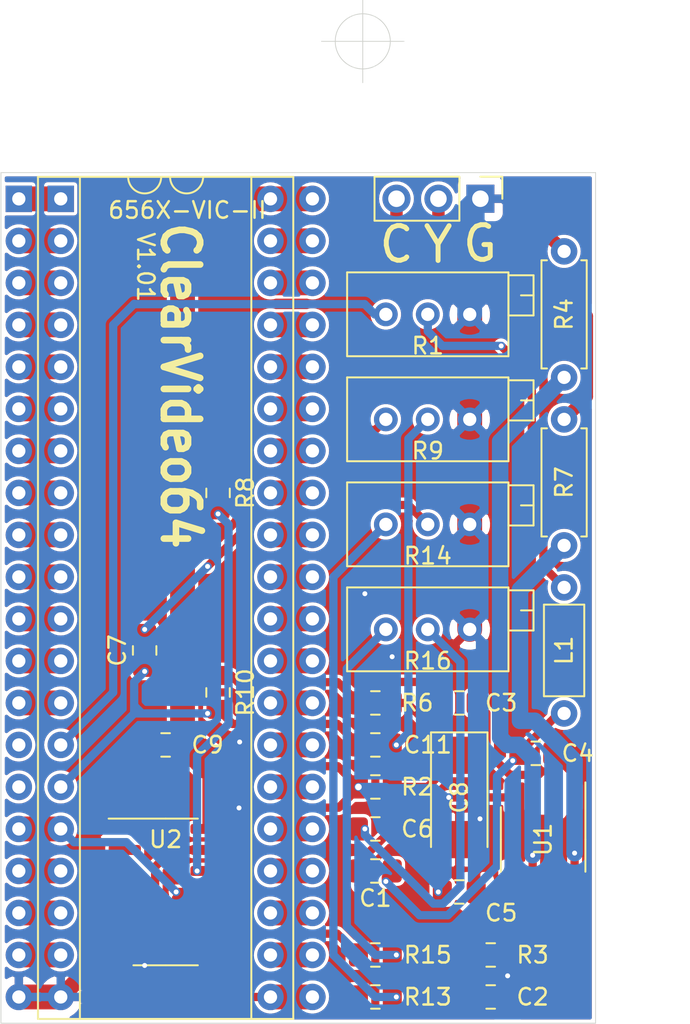
<source format=kicad_pcb>
(kicad_pcb (version 20171130) (host pcbnew "(5.1.2)-1")
  (layers (0 F.Cu signal) (31 B.Cu signal) (34 B.Paste user) (35 F.Paste user) (36 B.SilkS user) (37 F.SilkS user) (38 B.Mask user) (39 F.Mask user) (44 Edge.Cuts user))
  (net 0 "")
  (net 1 "Net-(C1-Pad1)")
  (net 2 "Net-(C1-Pad2)")
  (net 3 GND)
  (net 4 "Net-(C3-Pad1)")
  (net 5 "Net-(C3-Pad2)")
  (net 6 "Net-(C4-Pad1)")
  (net 7 +5V)
  (net 8 "Net-(C6-Pad2)")
  (net 9 "Net-(C7-Pad2)")
  (net 10 "Net-(C11-Pad1)")
  (net 11 "Net-(C8-Pad1)")
  (net 12 "Net-(C11-Pad2)")
  (net 13 "Net-(J1-Pad2)")
  (net 14 "Net-(J1-Pad1)")
  (net 15 "Net-(L1-Pad1)")
  (net 16 "Net-(R1-Pad1)")
  (net 17 "Net-(R4-Pad1)")
  (net 18 "Net-(R7-Pad2)")
  (net 19 "Net-(R8-Pad1)")
  (net 20 "Net-(R8-Pad2)")
  (net 21 "Net-(R13-Pad1)")
  (net 22 "Net-(R13-Pad2)")
  (net 23 "Net-(R15-Pad2)")
  (net 24 "Net-(R15-Pad1)")
  (net 25 "Net-(U1-Pad7)")
  (net 26 "Net-(U2-Pad2)")
  (net 27 "Net-(U2-Pad4)")
  (net 28 "Net-(U2-Pad6)")
  (net 29 "Net-(U2-Pad11)")
  (net 30 "Net-(U2-Pad13)")
  (net 31 "Net-(VIC-II1-Pad1)")
  (net 32 "Net-(VIC-II1-Pad2)")
  (net 33 "Net-(VIC-II1-Pad22)")
  (net 34 "Net-(VIC-II1-Pad3)")
  (net 35 "Net-(VIC-II1-Pad23)")
  (net 36 "Net-(VIC-II1-Pad4)")
  (net 37 "Net-(VIC-II1-Pad24)")
  (net 38 "Net-(VIC-II1-Pad5)")
  (net 39 "Net-(VIC-II1-Pad25)")
  (net 40 "Net-(VIC-II1-Pad6)")
  (net 41 "Net-(VIC-II1-Pad26)")
  (net 42 "Net-(VIC-II1-Pad7)")
  (net 43 "Net-(VIC-II1-Pad27)")
  (net 44 "Net-(VIC-II1-Pad8)")
  (net 45 "Net-(VIC-II1-Pad28)")
  (net 46 "Net-(VIC-II1-Pad9)")
  (net 47 "Net-(VIC-II1-Pad29)")
  (net 48 "Net-(VIC-II1-Pad10)")
  (net 49 "Net-(VIC-II1-Pad30)")
  (net 50 "Net-(VIC-II1-Pad11)")
  (net 51 "Net-(VIC-II1-Pad31)")
  (net 52 "Net-(VIC-II1-Pad12)")
  (net 53 "Net-(VIC-II1-Pad32)")
  (net 54 "Net-(VIC-II1-Pad13)")
  (net 55 "Net-(VIC-II1-Pad33)")
  (net 56 "Net-(VIC-II1-Pad34)")
  (net 57 "Net-(VIC-II1-Pad35)")
  (net 58 "Net-(VIC-II1-Pad36)")
  (net 59 "Net-(VIC-II1-Pad17)")
  (net 60 "Net-(VIC-II1-Pad37)")
  (net 61 "Net-(VIC-II1-Pad18)")
  (net 62 "Net-(VIC-II1-Pad38)")
  (net 63 "Net-(VIC-II1-Pad19)")
  (net 64 "Net-(VIC-II1-Pad39)")
  (module CPU2:VideoOutHeader_1x03 (layer F.Cu) (at 86.36 45.085 270)
    (fp_text reference J1 hide)
    (fp_text value 1C,2Y,3G hide)
    (fp_text user G (at 2.7051 -2.5273 180) (layer F.SilkS) (effects (font (size 2.1 2) (thickness 0.3))))
    (fp_text user Y (at 2.7686 0.0127 180) (layer F.SilkS) (effects (font (size 2.1 2) (thickness 0.3))))
    (fp_text user C (at 2.7559 2.5273 180) (layer F.SilkS) (effects (font (size 2.1 2) (thickness 0.3))))
    (pad 1 thru_hole oval (at -0.008 2.5305 270) (size 1.7 1.7) (drill 1) (layers *.Cu *.Mask) (net 14 "Net-(J1-Pad1)"))
    (pad 2 thru_hole oval (at -0.008 -0.0095 270) (size 1.7 1.7) (drill 1) (layers *.Cu *.Mask) (net 13 "Net-(J1-Pad2)"))
    (pad 3 thru_hole rect (at -0.008 -2.5495 270) (size 1.7 1.7) (drill 1) (layers *.Cu *.Mask) (net 3 GND))
  )
  (module Package_DIP:DIP-40_W15.24mm (layer F.Cu) (at 60.96 45.085)
    (fp_text reference REF** hide)
    (fp_text value DIP-40_W15.24mm hide)
    (pad 40 thru_hole oval (at 15.24 0) (size 1.6 1.6) (drill 0.8) (layers *.Cu *.Mask) (net 7 +5V))
    (pad 20 thru_hole oval (at 0 48.26) (size 1.6 1.6) (drill 0.8) (layers *.Cu *.Mask) (net 3 GND))
    (pad 39 thru_hole oval (at 15.24 2.54) (size 1.6 1.6) (drill 0.8) (layers *.Cu *.Mask) (net 64 "Net-(VIC-II1-Pad39)"))
    (pad 19 thru_hole oval (at 0 45.72) (size 1.6 1.6) (drill 0.8) (layers *.Cu *.Mask) (net 63 "Net-(VIC-II1-Pad19)"))
    (pad 38 thru_hole oval (at 15.24 5.08) (size 1.6 1.6) (drill 0.8) (layers *.Cu *.Mask) (net 62 "Net-(VIC-II1-Pad38)"))
    (pad 18 thru_hole oval (at 0 43.18) (size 1.6 1.6) (drill 0.8) (layers *.Cu *.Mask) (net 61 "Net-(VIC-II1-Pad18)"))
    (pad 37 thru_hole oval (at 15.24 7.62) (size 1.6 1.6) (drill 0.8) (layers *.Cu *.Mask) (net 60 "Net-(VIC-II1-Pad37)"))
    (pad 17 thru_hole oval (at 0 40.64) (size 1.6 1.6) (drill 0.8) (layers *.Cu *.Mask) (net 59 "Net-(VIC-II1-Pad17)"))
    (pad 36 thru_hole oval (at 15.24 10.16) (size 1.6 1.6) (drill 0.8) (layers *.Cu *.Mask) (net 58 "Net-(VIC-II1-Pad36)"))
    (pad 16 thru_hole oval (at 0 38.1) (size 1.6 1.6) (drill 0.8) (layers *.Cu *.Mask) (net 29 "Net-(U2-Pad11)"))
    (pad 35 thru_hole oval (at 15.24 12.7) (size 1.6 1.6) (drill 0.8) (layers *.Cu *.Mask) (net 57 "Net-(VIC-II1-Pad35)"))
    (pad 15 thru_hole oval (at 0 35.56) (size 1.6 1.6) (drill 0.8) (layers *.Cu *.Mask))
    (pad 34 thru_hole oval (at 15.24 15.24) (size 1.6 1.6) (drill 0.8) (layers *.Cu *.Mask) (net 56 "Net-(VIC-II1-Pad34)"))
    (pad 14 thru_hole oval (at 0 33.02) (size 1.6 1.6) (drill 0.8) (layers *.Cu *.Mask))
    (pad 33 thru_hole oval (at 15.24 17.78) (size 1.6 1.6) (drill 0.8) (layers *.Cu *.Mask) (net 55 "Net-(VIC-II1-Pad33)"))
    (pad 13 thru_hole oval (at 0 30.48) (size 1.6 1.6) (drill 0.8) (layers *.Cu *.Mask) (net 54 "Net-(VIC-II1-Pad13)"))
    (pad 32 thru_hole oval (at 15.24 20.32) (size 1.6 1.6) (drill 0.8) (layers *.Cu *.Mask) (net 53 "Net-(VIC-II1-Pad32)"))
    (pad 12 thru_hole oval (at 0 27.94) (size 1.6 1.6) (drill 0.8) (layers *.Cu *.Mask) (net 52 "Net-(VIC-II1-Pad12)"))
    (pad 31 thru_hole oval (at 15.24 22.86) (size 1.6 1.6) (drill 0.8) (layers *.Cu *.Mask) (net 51 "Net-(VIC-II1-Pad31)"))
    (pad 11 thru_hole oval (at 0 25.4) (size 1.6 1.6) (drill 0.8) (layers *.Cu *.Mask) (net 50 "Net-(VIC-II1-Pad11)"))
    (pad 30 thru_hole oval (at 15.24 25.4) (size 1.6 1.6) (drill 0.8) (layers *.Cu *.Mask) (net 49 "Net-(VIC-II1-Pad30)"))
    (pad 10 thru_hole oval (at 0 22.86) (size 1.6 1.6) (drill 0.8) (layers *.Cu *.Mask) (net 48 "Net-(VIC-II1-Pad10)"))
    (pad 29 thru_hole oval (at 15.24 27.94) (size 1.6 1.6) (drill 0.8) (layers *.Cu *.Mask) (net 47 "Net-(VIC-II1-Pad29)"))
    (pad 9 thru_hole oval (at 0 20.32) (size 1.6 1.6) (drill 0.8) (layers *.Cu *.Mask) (net 46 "Net-(VIC-II1-Pad9)"))
    (pad 28 thru_hole oval (at 15.24 30.48) (size 1.6 1.6) (drill 0.8) (layers *.Cu *.Mask) (net 45 "Net-(VIC-II1-Pad28)"))
    (pad 8 thru_hole oval (at 0 17.78) (size 1.6 1.6) (drill 0.8) (layers *.Cu *.Mask) (net 44 "Net-(VIC-II1-Pad8)"))
    (pad 27 thru_hole oval (at 15.24 33.02) (size 1.6 1.6) (drill 0.8) (layers *.Cu *.Mask) (net 43 "Net-(VIC-II1-Pad27)"))
    (pad 7 thru_hole oval (at 0 15.24) (size 1.6 1.6) (drill 0.8) (layers *.Cu *.Mask) (net 42 "Net-(VIC-II1-Pad7)"))
    (pad 26 thru_hole oval (at 15.24 35.56) (size 1.6 1.6) (drill 0.8) (layers *.Cu *.Mask) (net 41 "Net-(VIC-II1-Pad26)"))
    (pad 6 thru_hole oval (at 0 12.7) (size 1.6 1.6) (drill 0.8) (layers *.Cu *.Mask) (net 40 "Net-(VIC-II1-Pad6)"))
    (pad 25 thru_hole oval (at 15.24 38.1) (size 1.6 1.6) (drill 0.8) (layers *.Cu *.Mask) (net 39 "Net-(VIC-II1-Pad25)"))
    (pad 5 thru_hole oval (at 0 10.16) (size 1.6 1.6) (drill 0.8) (layers *.Cu *.Mask) (net 38 "Net-(VIC-II1-Pad5)"))
    (pad 24 thru_hole oval (at 15.24 40.64) (size 1.6 1.6) (drill 0.8) (layers *.Cu *.Mask) (net 37 "Net-(VIC-II1-Pad24)"))
    (pad 4 thru_hole oval (at 0 7.62) (size 1.6 1.6) (drill 0.8) (layers *.Cu *.Mask) (net 36 "Net-(VIC-II1-Pad4)"))
    (pad 23 thru_hole oval (at 15.24 43.18) (size 1.6 1.6) (drill 0.8) (layers *.Cu *.Mask) (net 35 "Net-(VIC-II1-Pad23)"))
    (pad 3 thru_hole oval (at 0 5.08) (size 1.6 1.6) (drill 0.8) (layers *.Cu *.Mask) (net 34 "Net-(VIC-II1-Pad3)"))
    (pad 22 thru_hole oval (at 15.24 45.72) (size 1.6 1.6) (drill 0.8) (layers *.Cu *.Mask) (net 33 "Net-(VIC-II1-Pad22)"))
    (pad 2 thru_hole oval (at 0 2.54) (size 1.6 1.6) (drill 0.8) (layers *.Cu *.Mask) (net 32 "Net-(VIC-II1-Pad2)"))
    (pad 21 thru_hole oval (at 15.24 48.26) (size 1.6 1.6) (drill 0.8) (layers *.Cu *.Mask) (net 30 "Net-(U2-Pad13)"))
    (pad 1 thru_hole rect (at 0 0) (size 1.6 1.6) (drill 0.8) (layers *.Cu *.Mask) (net 31 "Net-(VIC-II1-Pad1)"))
  )
  (module Capacitor_SMD:C_0805_2012Metric_Pad1.15x1.40mm_HandSolder (layer F.Cu) (at 82.55 85.725 180)
    (fp_text reference C1 (at 0 -1.65) (layer F.SilkS))
    (fp_text value 330pF hide)
    (pad 1 smd roundrect (at -1.025 0 180) (size 1.15 1.4) (layers F.Cu F.Paste F.Mask) (roundrect_rratio 0.217391) (net 1 "Net-(C1-Pad1)"))
    (pad 2 smd roundrect (at 1.025 0 180) (size 1.15 1.4) (layers F.Cu F.Paste F.Mask) (roundrect_rratio 0.217391) (net 2 "Net-(C1-Pad2)"))
  )
  (module Capacitor_SMD:C_0805_2012Metric_Pad1.15x1.40mm_HandSolder (layer F.Cu) (at 89.535 93.345)
    (fp_text reference C2 (at 2.54 0) (layer F.SilkS))
    (fp_text value 150pF hide)
    (pad 1 smd roundrect (at -1.025 0) (size 1.15 1.4) (layers F.Cu F.Paste F.Mask) (roundrect_rratio 0.217391) (net 2 "Net-(C1-Pad2)"))
    (pad 2 smd roundrect (at 1.025 0) (size 1.15 1.4) (layers F.Cu F.Paste F.Mask) (roundrect_rratio 0.217391) (net 3 GND))
  )
  (module Capacitor_SMD:C_0805_2012Metric_Pad1.15x1.40mm_HandSolder (layer F.Cu) (at 87.63 75.565 180)
    (fp_text reference C3 (at -2.54 0) (layer F.SilkS))
    (fp_text value 0.1uF hide)
    (pad 1 smd roundrect (at -1.025 0 180) (size 1.15 1.4) (layers F.Cu F.Paste F.Mask) (roundrect_rratio 0.217391) (net 4 "Net-(C3-Pad1)"))
    (pad 2 smd roundrect (at 1.025 0 180) (size 1.15 1.4) (layers F.Cu F.Paste F.Mask) (roundrect_rratio 0.217391) (net 5 "Net-(C3-Pad2)"))
  )
  (module Capacitor_SMD:C_0805_2012Metric_Pad1.15x1.40mm_HandSolder (layer F.Cu) (at 92.2655 78.613 180)
    (fp_text reference C4 (at -2.54 0) (layer F.SilkS))
    (fp_text value 0.1uF hide)
    (pad 2 smd roundrect (at 1.025 0 180) (size 1.15 1.4) (layers F.Cu F.Paste F.Mask) (roundrect_rratio 0.217391) (net 1 "Net-(C1-Pad1)"))
    (pad 1 smd roundrect (at -1.025 0 180) (size 1.15 1.4) (layers F.Cu F.Paste F.Mask) (roundrect_rratio 0.217391) (net 6 "Net-(C4-Pad1)"))
  )
  (module Capacitor_SMD:C_0805_2012Metric_Pad1.15x1.40mm_HandSolder (layer F.Cu) (at 87.63 86.995)
    (fp_text reference C5 (at 2.54 1.27) (layer F.SilkS))
    (fp_text value 0.1uF hide)
    (pad 2 smd roundrect (at 1.025 0) (size 1.15 1.4) (layers F.Cu F.Paste F.Mask) (roundrect_rratio 0.217391) (net 3 GND))
    (pad 1 smd roundrect (at -1.025 0) (size 1.15 1.4) (layers F.Cu F.Paste F.Mask) (roundrect_rratio 0.217391) (net 7 +5V))
  )
  (module Capacitor_SMD:C_0805_2012Metric_Pad1.15x1.40mm_HandSolder (layer F.Cu) (at 82.55 83.185 180)
    (fp_text reference C6 (at -2.54 0) (layer F.SilkS))
    (fp_text value 47pF hide)
    (pad 2 smd roundrect (at 1.025 0 180) (size 1.15 1.4) (layers F.Cu F.Paste F.Mask) (roundrect_rratio 0.217391) (net 8 "Net-(C6-Pad2)"))
    (pad 1 smd roundrect (at -1.025 0 180) (size 1.15 1.4) (layers F.Cu F.Paste F.Mask) (roundrect_rratio 0.217391) (net 2 "Net-(C1-Pad2)"))
  )
  (module Capacitor_SMD:C_0805_2012Metric_Pad1.15x1.40mm_HandSolder (layer F.Cu) (at 68.58 72.39 90)
    (fp_text reference C7 (at 0 -1.65 90) (layer F.SilkS))
    (fp_text value 47pF)
    (pad 2 smd roundrect (at 1.025 0 90) (size 1.15 1.4) (layers F.Cu F.Paste F.Mask) (roundrect_rratio 0.217391) (net 9 "Net-(C7-Pad2)"))
    (pad 1 smd roundrect (at -1.025 0 90) (size 1.15 1.4) (layers F.Cu F.Paste F.Mask) (roundrect_rratio 0.217391) (net 10 "Net-(C11-Pad1)"))
  )
  (module Capacitor_Tantalum_SMD:CP_EIA-6032-28_Kemet-C_Pad2.25x2.35mm_HandSolder (layer F.Cu) (at 87.63 81.28 270)
    (fp_text reference C8 (at 0 0 90) (layer F.SilkS))
    (fp_text value 22uF hide)
    (pad 1 smd roundrect (at -2.55 0 270) (size 2.25 2.35) (layers F.Cu F.Paste F.Mask) (roundrect_rratio 0.111111) (net 11 "Net-(C8-Pad1)"))
    (pad 2 smd roundrect (at 2.55 0 270) (size 2.25 2.35) (layers F.Cu F.Paste F.Mask) (roundrect_rratio 0.111111) (net 3 GND))
  )
  (module Capacitor_SMD:C_0805_2012Metric_Pad1.15x1.40mm_HandSolder (layer F.Cu) (at 69.85 78.105 180)
    (fp_text reference C9 (at -2.54 0) (layer F.SilkS))
    (fp_text value 0.1uF hide)
    (pad 1 smd roundrect (at -1.025 0 180) (size 1.15 1.4) (layers F.Cu F.Paste F.Mask) (roundrect_rratio 0.217391) (net 7 +5V))
    (pad 2 smd roundrect (at 1.025 0 180) (size 1.15 1.4) (layers F.Cu F.Paste F.Mask) (roundrect_rratio 0.217391) (net 3 GND))
  )
  (module Capacitor_SMD:C_0805_2012Metric_Pad1.15x1.40mm_HandSolder (layer F.Cu) (at 82.55 78.105)
    (fp_text reference C11 (at 3.175 0) (layer F.SilkS))
    (fp_text value 47pF hide)
    (pad 1 smd roundrect (at -1.025 0) (size 1.15 1.4) (layers F.Cu F.Paste F.Mask) (roundrect_rratio 0.217391) (net 10 "Net-(C11-Pad1)"))
    (pad 2 smd roundrect (at 1.025 0) (size 1.15 1.4) (layers F.Cu F.Paste F.Mask) (roundrect_rratio 0.217391) (net 12 "Net-(C11-Pad2)"))
  )
  (module Inductor_THT:L_Axial_L5.3mm_D2.2mm_P7.62mm_Horizontal_Vishay_IM-1 (layer F.Cu) (at 93.98 68.58 270)
    (fp_text reference L1 (at 3.81 0 90) (layer F.SilkS))
    (fp_text value 22uH hide)
    (pad 1 thru_hole circle (at 0 0 270) (size 1.6 1.6) (drill 0.8) (layers *.Cu *.Mask) (net 15 "Net-(L1-Pad1)"))
    (pad 2 thru_hole oval (at 7.62 0 270) (size 1.6 1.6) (drill 0.8) (layers *.Cu *.Mask) (net 1 "Net-(C1-Pad1)"))
  )
  (module Potentiometer_THT:Potentiometer_Bourns_3296X_Horizontal (layer F.Cu) (at 83.185 52.07 180)
    (fp_text reference R1 (at -2.54 -1.905) (layer F.SilkS))
    (fp_text value 10K hide)
    (pad 3 thru_hole circle (at -5.08 0 180) (size 1.44 1.44) (drill 0.8) (layers *.Cu *.Mask) (net 3 GND))
    (pad 2 thru_hole circle (at -2.54 0 180) (size 1.44 1.44) (drill 0.8) (layers *.Cu *.Mask) (net 15 "Net-(L1-Pad1)"))
    (pad 1 thru_hole circle (at 0 0 180) (size 1.44 1.44) (drill 0.8) (layers *.Cu *.Mask) (net 16 "Net-(R1-Pad1)"))
  )
  (module Resistor_SMD:R_0805_2012Metric_Pad1.15x1.40mm_HandSolder (layer F.Cu) (at 82.55 80.645)
    (fp_text reference R2 (at 2.54 0) (layer F.SilkS))
    (fp_text value 22R hide)
    (pad 2 smd roundrect (at 1.025 0) (size 1.15 1.4) (layers F.Cu F.Paste F.Mask) (roundrect_rratio 0.217391) (net 11 "Net-(C8-Pad1)"))
    (pad 1 smd roundrect (at -1.025 0) (size 1.15 1.4) (layers F.Cu F.Paste F.Mask) (roundrect_rratio 0.217391) (net 7 +5V))
  )
  (module Resistor_SMD:R_0805_2012Metric_Pad1.15x1.40mm_HandSolder (layer F.Cu) (at 89.535 90.805 180)
    (fp_text reference R3 (at -2.54 0) (layer F.SilkS))
    (fp_text value 5K6 hide)
    (pad 2 smd roundrect (at 1.025 0 180) (size 1.15 1.4) (layers F.Cu F.Paste F.Mask) (roundrect_rratio 0.217391) (net 2 "Net-(C1-Pad2)"))
    (pad 1 smd roundrect (at -1.025 0 180) (size 1.15 1.4) (layers F.Cu F.Paste F.Mask) (roundrect_rratio 0.217391) (net 3 GND))
  )
  (module Resistor_THT:R_Axial_DIN0207_L6.3mm_D2.5mm_P7.62mm_Horizontal (layer F.Cu) (at 93.98 55.88 90)
    (fp_text reference R4 (at 3.81 0 90) (layer F.SilkS))
    (fp_text value 75.0R hide)
    (pad 2 thru_hole oval (at 7.62 0 90) (size 1.6 1.6) (drill 0.8) (layers *.Cu *.Mask) (net 13 "Net-(J1-Pad2)"))
    (pad 1 thru_hole circle (at 0 0 90) (size 1.6 1.6) (drill 0.8) (layers *.Cu *.Mask) (net 17 "Net-(R4-Pad1)"))
  )
  (module Resistor_SMD:R_0805_2012Metric_Pad1.15x1.40mm_HandSolder (layer F.Cu) (at 82.55 75.565)
    (fp_text reference R6 (at 2.54 0) (layer F.SilkS))
    (fp_text value 150R hide)
    (pad 1 smd roundrect (at -1.025 0) (size 1.15 1.4) (layers F.Cu F.Paste F.Mask) (roundrect_rratio 0.217391) (net 5 "Net-(C3-Pad2)"))
    (pad 2 smd roundrect (at 1.025 0) (size 1.15 1.4) (layers F.Cu F.Paste F.Mask) (roundrect_rratio 0.217391) (net 11 "Net-(C8-Pad1)"))
  )
  (module Resistor_THT:R_Axial_DIN0207_L6.3mm_D2.5mm_P7.62mm_Horizontal (layer F.Cu) (at 93.98 58.42 270)
    (fp_text reference R7 (at 3.81 0 90) (layer F.SilkS))
    (fp_text value 75.0R hide)
    (pad 1 thru_hole circle (at 0 0 270) (size 1.6 1.6) (drill 0.8) (layers *.Cu *.Mask) (net 14 "Net-(J1-Pad1)"))
    (pad 2 thru_hole oval (at 7.62 0 270) (size 1.6 1.6) (drill 0.8) (layers *.Cu *.Mask) (net 18 "Net-(R7-Pad2)"))
  )
  (module Resistor_SMD:R_0805_2012Metric_Pad1.15x1.40mm_HandSolder (layer F.Cu) (at 73.025 62.865 270)
    (fp_text reference R8 (at 0 -1.65 90) (layer F.SilkS))
    (fp_text value 2K)
    (pad 1 smd roundrect (at -1.025 0 270) (size 1.15 1.4) (layers F.Cu F.Paste F.Mask) (roundrect_rratio 0.217391) (net 19 "Net-(R8-Pad1)"))
    (pad 2 smd roundrect (at 1.025 0 270) (size 1.15 1.4) (layers F.Cu F.Paste F.Mask) (roundrect_rratio 0.217391) (net 20 "Net-(R8-Pad2)"))
  )
  (module Potentiometer_THT:Potentiometer_Bourns_3296X_Horizontal (layer F.Cu) (at 83.185 58.42 180)
    (fp_text reference R9 (at -2.54 -1.905) (layer F.SilkS))
    (fp_text value 250R hide)
    (pad 3 thru_hole circle (at -5.08 0 180) (size 1.44 1.44) (drill 0.8) (layers *.Cu *.Mask) (net 3 GND))
    (pad 2 thru_hole circle (at -2.54 0 180) (size 1.44 1.44) (drill 0.8) (layers *.Cu *.Mask) (net 12 "Net-(C11-Pad2)"))
    (pad 1 thru_hole circle (at 0 0 180) (size 1.44 1.44) (drill 0.8) (layers *.Cu *.Mask) (net 19 "Net-(R8-Pad1)"))
  )
  (module Resistor_SMD:R_0805_2012Metric_Pad1.15x1.40mm_HandSolder (layer F.Cu) (at 73.025 74.93 270)
    (fp_text reference R10 (at 0 -1.65 90) (layer F.SilkS))
    (fp_text value 470R)
    (pad 1 smd roundrect (at -1.025 0 270) (size 1.15 1.4) (layers F.Cu F.Paste F.Mask) (roundrect_rratio 0.217391) (net 5 "Net-(C3-Pad2)"))
    (pad 2 smd roundrect (at 1.025 0 270) (size 1.15 1.4) (layers F.Cu F.Paste F.Mask) (roundrect_rratio 0.217391) (net 10 "Net-(C11-Pad1)"))
  )
  (module Resistor_SMD:R_0805_2012Metric_Pad1.15x1.40mm_HandSolder (layer F.Cu) (at 82.55 93.345 180)
    (fp_text reference R13 (at -3.175 0) (layer F.SilkS))
    (fp_text value 2K hide)
    (pad 1 smd roundrect (at -1.025 0 180) (size 1.15 1.4) (layers F.Cu F.Paste F.Mask) (roundrect_rratio 0.217391) (net 21 "Net-(R13-Pad1)"))
    (pad 2 smd roundrect (at 1.025 0 180) (size 1.15 1.4) (layers F.Cu F.Paste F.Mask) (roundrect_rratio 0.217391) (net 22 "Net-(R13-Pad2)"))
  )
  (module Potentiometer_THT:Potentiometer_Bourns_3296X_Horizontal (layer F.Cu) (at 83.185 64.77 180)
    (fp_text reference R14 (at -2.54 -1.905) (layer F.SilkS))
    (fp_text value 250R hide)
    (pad 1 thru_hole circle (at 0 0 180) (size 1.44 1.44) (drill 0.8) (layers *.Cu *.Mask) (net 21 "Net-(R13-Pad1)"))
    (pad 2 thru_hole circle (at -2.54 0 180) (size 1.44 1.44) (drill 0.8) (layers *.Cu *.Mask) (net 9 "Net-(C7-Pad2)"))
    (pad 3 thru_hole circle (at -5.08 0 180) (size 1.44 1.44) (drill 0.8) (layers *.Cu *.Mask) (net 3 GND))
  )
  (module Resistor_SMD:R_0805_2012Metric_Pad1.15x1.40mm_HandSolder (layer F.Cu) (at 82.55 90.805 180)
    (fp_text reference R15 (at -3.175 0) (layer F.SilkS))
    (fp_text value 2K hide)
    (pad 2 smd roundrect (at 1.025 0 180) (size 1.15 1.4) (layers F.Cu F.Paste F.Mask) (roundrect_rratio 0.217391) (net 23 "Net-(R15-Pad2)"))
    (pad 1 smd roundrect (at -1.025 0 180) (size 1.15 1.4) (layers F.Cu F.Paste F.Mask) (roundrect_rratio 0.217391) (net 24 "Net-(R15-Pad1)"))
  )
  (module Potentiometer_THT:Potentiometer_Bourns_3296X_Horizontal (layer F.Cu) (at 83.185 71.12 180)
    (fp_text reference R16 (at -2.54 -1.905) (layer F.SilkS))
    (fp_text value 250R hide)
    (pad 1 thru_hole circle (at 0 0 180) (size 1.44 1.44) (drill 0.8) (layers *.Cu *.Mask) (net 24 "Net-(R15-Pad1)"))
    (pad 2 thru_hole circle (at -2.54 0 180) (size 1.44 1.44) (drill 0.8) (layers *.Cu *.Mask) (net 8 "Net-(C6-Pad2)"))
    (pad 3 thru_hole circle (at -5.08 0 180) (size 1.44 1.44) (drill 0.8) (layers *.Cu *.Mask) (net 3 GND))
  )
  (module Package_SO:SO-8_3.9x4.9mm_P1.27mm (layer F.Cu) (at 92.71 83.82 270)
    (fp_text reference U1 (at 0 0 90) (layer F.SilkS))
    (fp_text value THS7316D hide)
    (pad 1 smd roundrect (at -2.575 -1.905 270) (size 1.75 0.6) (layers F.Cu F.Paste F.Mask) (net 6 "Net-(C4-Pad1)"))
    (pad 2 smd roundrect (at -2.575 -0.635 270) (size 1.75 0.6) (layers F.Cu F.Paste F.Mask) (net 3 GND))
    (pad 3 smd roundrect (at -2.575 0.635 270) (size 1.75 0.6) (layers F.Cu F.Paste F.Mask) (net 4 "Net-(C3-Pad1)"))
    (pad 4 smd roundrect (at -2.575 1.905 270) (size 1.75 0.6) (layers F.Cu F.Paste F.Mask) (net 7 +5V))
    (pad 5 smd roundrect (at 2.575 1.905 270) (size 1.75 0.6) (layers F.Cu F.Paste F.Mask) (net 3 GND))
    (pad 6 smd roundrect (at 2.575 0.635 270) (size 1.75 0.6) (layers F.Cu F.Paste F.Mask) (net 17 "Net-(R4-Pad1)"))
    (pad 7 smd roundrect (at 2.575 -0.635 270) (size 1.75 0.6) (layers F.Cu F.Paste F.Mask) (net 25 "Net-(U1-Pad7)"))
    (pad 8 smd roundrect (at 2.575 -1.905 270) (size 1.75 0.6) (layers F.Cu F.Paste F.Mask) (net 18 "Net-(R7-Pad2)"))
  )
  (module Package_SO:SOIC-14_3.9x8.7mm_P1.27mm (layer F.Cu) (at 69.85 86.995)
    (fp_text reference U2 (at 0 -3.175) (layer F.SilkS))
    (fp_text value 74F06 hide)
    (pad 1 smd roundrect (at -2.475 -3.81) (size 1.95 0.6) (layers F.Cu F.Paste F.Mask) (net 3 GND))
    (pad 2 smd roundrect (at -2.475 -2.54) (size 1.95 0.6) (layers F.Cu F.Paste F.Mask) (net 26 "Net-(U2-Pad2)"))
    (pad 3 smd roundrect (at -2.475 -1.27) (size 1.95 0.6) (layers F.Cu F.Paste F.Mask) (net 3 GND))
    (pad 4 smd roundrect (at -2.475 0) (size 1.95 0.6) (layers F.Cu F.Paste F.Mask) (net 27 "Net-(U2-Pad4)"))
    (pad 5 smd roundrect (at -2.475 1.27) (size 1.95 0.6) (layers F.Cu F.Paste F.Mask) (net 3 GND))
    (pad 6 smd roundrect (at -2.475 2.54) (size 1.95 0.6) (layers F.Cu F.Paste F.Mask) (net 28 "Net-(U2-Pad6)"))
    (pad 7 smd roundrect (at -2.475 3.81) (size 1.95 0.6) (layers F.Cu F.Paste F.Mask) (net 3 GND))
    (pad 8 smd roundrect (at 2.475 3.81) (size 1.95 0.6) (layers F.Cu F.Paste F.Mask) (net 22 "Net-(R13-Pad2)"))
    (pad 9 smd roundrect (at 2.475 2.54) (size 1.95 0.6) (layers F.Cu F.Paste F.Mask) (net 29 "Net-(U2-Pad11)"))
    (pad 10 smd roundrect (at 2.475 1.27) (size 1.95 0.6) (layers F.Cu F.Paste F.Mask) (net 23 "Net-(R15-Pad2)"))
    (pad 11 smd roundrect (at 2.475 0) (size 1.95 0.6) (layers F.Cu F.Paste F.Mask) (net 29 "Net-(U2-Pad11)"))
    (pad 12 smd roundrect (at 2.475 -1.27) (size 1.95 0.6) (layers F.Cu F.Paste F.Mask) (net 20 "Net-(R8-Pad2)"))
    (pad 13 smd roundrect (at 2.475 -2.54) (size 1.95 0.6) (layers F.Cu F.Paste F.Mask) (net 30 "Net-(U2-Pad13)"))
    (pad 14 smd roundrect (at 2.475 -3.81) (size 1.95 0.6) (layers F.Cu F.Paste F.Mask) (net 7 +5V))
  )
  (module Package_DIP:DIP-40_W15.24mm (layer F.Cu) (at 63.5 45.085)
    (fp_text reference VIC-II1 hide)
    (fp_text value 656X-VIC-II (at 7.662599 0.685599) (layer F.SilkS))
    (pad 1 thru_hole rect (at 0 0) (size 1.6 1.6) (drill 0.8) (layers *.Cu *.Mask) (net 31 "Net-(VIC-II1-Pad1)"))
    (pad 21 thru_hole oval (at 15.24 48.26) (size 1.6 1.6) (drill 0.8) (layers *.Cu *.Mask) (net 30 "Net-(U2-Pad13)"))
    (pad 2 thru_hole oval (at 0 2.54) (size 1.6 1.6) (drill 0.8) (layers *.Cu *.Mask) (net 32 "Net-(VIC-II1-Pad2)"))
    (pad 22 thru_hole oval (at 15.24 45.72) (size 1.6 1.6) (drill 0.8) (layers *.Cu *.Mask) (net 33 "Net-(VIC-II1-Pad22)"))
    (pad 3 thru_hole oval (at 0 5.08) (size 1.6 1.6) (drill 0.8) (layers *.Cu *.Mask) (net 34 "Net-(VIC-II1-Pad3)"))
    (pad 23 thru_hole oval (at 15.24 43.18) (size 1.6 1.6) (drill 0.8) (layers *.Cu *.Mask) (net 35 "Net-(VIC-II1-Pad23)"))
    (pad 4 thru_hole oval (at 0 7.62) (size 1.6 1.6) (drill 0.8) (layers *.Cu *.Mask) (net 36 "Net-(VIC-II1-Pad4)"))
    (pad 24 thru_hole oval (at 15.24 40.64) (size 1.6 1.6) (drill 0.8) (layers *.Cu *.Mask) (net 37 "Net-(VIC-II1-Pad24)"))
    (pad 5 thru_hole oval (at 0 10.16) (size 1.6 1.6) (drill 0.8) (layers *.Cu *.Mask) (net 38 "Net-(VIC-II1-Pad5)"))
    (pad 25 thru_hole oval (at 15.24 38.1) (size 1.6 1.6) (drill 0.8) (layers *.Cu *.Mask) (net 39 "Net-(VIC-II1-Pad25)"))
    (pad 6 thru_hole oval (at 0 12.7) (size 1.6 1.6) (drill 0.8) (layers *.Cu *.Mask) (net 40 "Net-(VIC-II1-Pad6)"))
    (pad 26 thru_hole oval (at 15.24 35.56) (size 1.6 1.6) (drill 0.8) (layers *.Cu *.Mask) (net 41 "Net-(VIC-II1-Pad26)"))
    (pad 7 thru_hole oval (at 0 15.24) (size 1.6 1.6) (drill 0.8) (layers *.Cu *.Mask) (net 42 "Net-(VIC-II1-Pad7)"))
    (pad 27 thru_hole oval (at 15.24 33.02) (size 1.6 1.6) (drill 0.8) (layers *.Cu *.Mask) (net 43 "Net-(VIC-II1-Pad27)"))
    (pad 8 thru_hole oval (at 0 17.78) (size 1.6 1.6) (drill 0.8) (layers *.Cu *.Mask) (net 44 "Net-(VIC-II1-Pad8)"))
    (pad 28 thru_hole oval (at 15.24 30.48) (size 1.6 1.6) (drill 0.8) (layers *.Cu *.Mask) (net 45 "Net-(VIC-II1-Pad28)"))
    (pad 9 thru_hole oval (at 0 20.32) (size 1.6 1.6) (drill 0.8) (layers *.Cu *.Mask) (net 46 "Net-(VIC-II1-Pad9)"))
    (pad 29 thru_hole oval (at 15.24 27.94) (size 1.6 1.6) (drill 0.8) (layers *.Cu *.Mask) (net 47 "Net-(VIC-II1-Pad29)"))
    (pad 10 thru_hole oval (at 0 22.86) (size 1.6 1.6) (drill 0.8) (layers *.Cu *.Mask) (net 48 "Net-(VIC-II1-Pad10)"))
    (pad 30 thru_hole oval (at 15.24 25.4) (size 1.6 1.6) (drill 0.8) (layers *.Cu *.Mask) (net 49 "Net-(VIC-II1-Pad30)"))
    (pad 11 thru_hole oval (at 0 25.4) (size 1.6 1.6) (drill 0.8) (layers *.Cu *.Mask) (net 50 "Net-(VIC-II1-Pad11)"))
    (pad 31 thru_hole oval (at 15.24 22.86) (size 1.6 1.6) (drill 0.8) (layers *.Cu *.Mask) (net 51 "Net-(VIC-II1-Pad31)"))
    (pad 12 thru_hole oval (at 0 27.94) (size 1.6 1.6) (drill 0.8) (layers *.Cu *.Mask) (net 52 "Net-(VIC-II1-Pad12)"))
    (pad 32 thru_hole oval (at 15.24 20.32) (size 1.6 1.6) (drill 0.8) (layers *.Cu *.Mask) (net 53 "Net-(VIC-II1-Pad32)"))
    (pad 13 thru_hole oval (at 0 30.48) (size 1.6 1.6) (drill 0.8) (layers *.Cu *.Mask) (net 54 "Net-(VIC-II1-Pad13)"))
    (pad 33 thru_hole oval (at 15.24 17.78) (size 1.6 1.6) (drill 0.8) (layers *.Cu *.Mask) (net 55 "Net-(VIC-II1-Pad33)"))
    (pad 14 thru_hole oval (at 0 33.02) (size 1.6 1.6) (drill 0.8) (layers *.Cu *.Mask) (net 16 "Net-(R1-Pad1)"))
    (pad 34 thru_hole oval (at 15.24 15.24) (size 1.6 1.6) (drill 0.8) (layers *.Cu *.Mask) (net 56 "Net-(VIC-II1-Pad34)"))
    (pad 15 thru_hole oval (at 0 35.56) (size 1.6 1.6) (drill 0.8) (layers *.Cu *.Mask) (net 10 "Net-(C11-Pad1)"))
    (pad 35 thru_hole oval (at 15.24 12.7) (size 1.6 1.6) (drill 0.8) (layers *.Cu *.Mask) (net 57 "Net-(VIC-II1-Pad35)"))
    (pad 16 thru_hole oval (at 0 38.1) (size 1.6 1.6) (drill 0.8) (layers *.Cu *.Mask) (net 29 "Net-(U2-Pad11)"))
    (pad 36 thru_hole oval (at 15.24 10.16) (size 1.6 1.6) (drill 0.8) (layers *.Cu *.Mask) (net 58 "Net-(VIC-II1-Pad36)"))
    (pad 17 thru_hole oval (at 0 40.64) (size 1.6 1.6) (drill 0.8) (layers *.Cu *.Mask) (net 59 "Net-(VIC-II1-Pad17)"))
    (pad 37 thru_hole oval (at 15.24 7.62) (size 1.6 1.6) (drill 0.8) (layers *.Cu *.Mask) (net 60 "Net-(VIC-II1-Pad37)"))
    (pad 18 thru_hole oval (at 0 43.18) (size 1.6 1.6) (drill 0.8) (layers *.Cu *.Mask) (net 61 "Net-(VIC-II1-Pad18)"))
    (pad 38 thru_hole oval (at 15.24 5.08) (size 1.6 1.6) (drill 0.8) (layers *.Cu *.Mask) (net 62 "Net-(VIC-II1-Pad38)"))
    (pad 19 thru_hole oval (at 0 45.72) (size 1.6 1.6) (drill 0.8) (layers *.Cu *.Mask) (net 63 "Net-(VIC-II1-Pad19)"))
    (pad 39 thru_hole oval (at 15.24 2.54) (size 1.6 1.6) (drill 0.8) (layers *.Cu *.Mask) (net 64 "Net-(VIC-II1-Pad39)"))
    (pad 20 thru_hole oval (at 0 48.26) (size 1.6 1.6) (drill 0.8) (layers *.Cu *.Mask) (net 3 GND))
    (pad 40 thru_hole oval (at 15.24 0) (size 1.6 1.6) (drill 0.8) (layers *.Cu *.Mask) (net 7 +5V))
  )
  (gr_poly (pts (xy 71.4629 77.1271) (xy 74.3331 79.4385) (xy 74.1045 79.7306) (xy 74.1045 79.8703) (xy 74.2315 80.2894) (xy 72.7456 80.264) (xy 72.644 80.3402) (xy 72.5297 80.6069) (xy 72.3392 80.5561) (xy 71.8566 78.994) (xy 71.1327 77.9399)) (layer F.Cu) (width 0.1))
  (gr_poly (pts (xy 81.534 80.518) (xy 86.233 80.518) (xy 86.995 81.153) (xy 87.122 81.28) (xy 87.122 86.106) (xy 86.36 86.995) (xy 82.677 83.312) (xy 82.042 81.407) (xy 81.534 80.772)) (layer B.Cu) (width 0.1))
  (gr_text V1.01 (at 68.6435 49.2125 270) (layer F.SilkS) (effects (font (size 1 1))))
  (gr_text ClearVideo64 (at 70.739 56.388 270) (layer F.SilkS) (effects (font (size 2.2 2) (thickness 0.4))))
  (target plus (at 81.788 35.56) (size 5) (width 0.05) (layer Edge.Cuts))
  (gr_line (start 95.885 43.4975) (end 59.8805 43.4975) (layer Edge.Cuts) (width 0.05))
  (gr_line (start 95.885 94.9325) (end 95.885 43.4975) (layer Edge.Cuts) (width 0.05))
  (gr_line (start 59.8805 94.9325) (end 95.885 94.9325) (layer Edge.Cuts) (width 0.05))
  (gr_line (start 59.8805 43.4975) (end 59.8805 94.9325) (layer Edge.Cuts) (width 0.05))
  (via (at 90.8685 79.0575) (size 0.36) (drill 0.3) (layers F.Cu B.Cu) (net 1))
  (via (at 83.185 86.36) (size 0.36) (drill 0.3) (layers F.Cu B.Cu) (net 1))
  (segment (start 83.185 86.115) (end 83.575 85.725) (width 0.5) (layer F.Cu) (net 1))
  (segment (start 83.185 86.36) (end 83.185 86.115) (width 0.5) (layer F.Cu) (net 1))
  (segment (start 89.916 80.01) (end 90.8685 79.0575) (width 0.5) (layer B.Cu) (net 1))
  (segment (start 89.916 85.427978) (end 89.916 80.01) (width 0.5) (layer B.Cu) (net 1))
  (segment (start 86.942558 88.40142) (end 89.916 85.427978) (width 0.5) (layer B.Cu) (net 1))
  (segment (start 83.185 86.36) (end 85.22642 88.40142) (width 0.5) (layer B.Cu) (net 1))
  (segment (start 85.22642 88.40142) (end 86.942558 88.40142) (width 0.5) (layer B.Cu) (net 1))
  (segment (start 93.6535 76.2) (end 93.98 76.2) (width 0.5) (layer F.Cu) (net 1))
  (segment (start 91.2405 78.613) (end 93.6535 76.2) (width 0.5) (layer F.Cu) (net 1))
  (segment (start 81.525 85.235) (end 83.575 83.185) (width 0.5) (layer F.Cu) (net 2))
  (segment (start 81.525 85.725) (end 81.525 85.235) (width 0.5) (layer F.Cu) (net 2))
  (segment (start 88.51 90.805) (end 88.51 93.345) (width 0.5) (layer F.Cu) (net 2))
  (segment (start 81.525 85.725) (end 81.525 86.605) (width 0.5) (layer F.Cu) (net 2))
  (segment (start 85.725 90.805) (end 88.51 90.805) (width 0.5) (layer F.Cu) (net 2))
  (segment (start 81.525 86.605) (end 85.725 90.805) (width 0.5) (layer F.Cu) (net 2))
  (segment (start 60.96 93.345) (end 63.5 93.345) (width 1.5) (layer F.Cu) (net 3))
  (segment (start 68.825 78.105) (end 68.825 81.735) (width 0.5) (layer F.Cu) (net 3))
  (segment (start 67.375 83.185) (end 66.04 83.185) (width 0.5) (layer F.Cu) (net 3))
  (segment (start 66.04 83.185) (end 65.405 83.82) (width 0.5) (layer F.Cu) (net 3))
  (segment (start 66.3 90.805) (end 67.375 90.805) (width 0.5) (layer F.Cu) (net 3))
  (segment (start 65.405 88.265) (end 67.375 88.265) (width 0.5) (layer F.Cu) (net 3))
  (segment (start 65.405 88.265) (end 65.405 89.91) (width 0.5) (layer F.Cu) (net 3))
  (segment (start 65.405 85.725) (end 67.375 85.725) (width 0.5) (layer F.Cu) (net 3))
  (segment (start 65.405 85.725) (end 65.405 88.265) (width 0.5) (layer F.Cu) (net 3))
  (segment (start 65.405 83.82) (end 65.405 85.725) (width 0.5) (layer F.Cu) (net 3))
  (segment (start 63.5 93.345) (end 64.299999 92.545001) (width 1) (layer F.Cu) (net 3))
  (segment (start 64.299999 92.545001) (end 65.405 91.44) (width 1) (layer F.Cu) (net 3))
  (segment (start 65.405 91.44) (end 68.58 91.44) (width 1) (layer F.Cu) (net 3))
  (segment (start 65.405 91.44) (end 65.405 90.17) (width 1) (layer F.Cu) (net 3))
  (segment (start 66.04 90.805) (end 65.405 90.17) (width 1) (layer F.Cu) (net 3))
  (segment (start 66.3 90.805) (end 66.04 90.805) (width 1) (layer F.Cu) (net 3))
  (segment (start 88.265 64.77) (end 88.265 58.42) (width 1.5) (layer F.Cu) (net 3))
  (segment (start 88.265 58.42) (end 88.265 52.07) (width 1.5) (layer F.Cu) (net 3))
  (segment (start 88.265 71.12) (end 88.265 64.77) (width 1.5) (layer F.Cu) (net 3))
  (segment (start 68.58 91.44) (end 68.58 91.44) (width 1) (layer F.Cu) (net 3))
  (via (at 68.58 91.44) (size 0.36) (drill 0.3) (layers F.Cu B.Cu) (net 3))
  (segment (start 68.58 91.44) (end 74.295 85.725) (width 1) (layer B.Cu) (net 3))
  (segment (start 74.295 85.725) (end 74.295 81.915) (width 1) (layer B.Cu) (net 3))
  (segment (start 74.295 81.915) (end 74.295 81.915) (width 1) (layer B.Cu) (net 3))
  (via (at 74.295 81.915) (size 0.36) (drill 0.3) (layers F.Cu B.Cu) (net 3))
  (segment (start 86.35 82.55) (end 87.63 83.83) (width 0.5) (layer F.Cu) (net 3))
  (segment (start 85.715 81.915) (end 86.35 82.55) (width 0.5) (layer F.Cu) (net 3))
  (segment (start 88.655 86.995) (end 88.935 86.995) (width 0.5) (layer F.Cu) (net 3))
  (segment (start 93.345 82.22) (end 93.345 81.245) (width 0.5) (layer F.Cu) (net 3))
  (segment (start 92.99179 82.57321) (end 93.345 82.22) (width 0.5) (layer F.Cu) (net 3))
  (segment (start 88.88679 82.57321) (end 88.88679 82.57321) (width 0.5) (layer F.Cu) (net 3))
  (segment (start 87.63 83.83) (end 88.88679 82.57321) (width 0.5) (layer F.Cu) (net 3))
  (segment (start 88.655 84.855) (end 87.63 83.83) (width 0.5) (layer F.Cu) (net 3))
  (segment (start 88.655 86.995) (end 88.655 84.855) (width 0.5) (layer F.Cu) (net 3))
  (segment (start 88.88679 82.57321) (end 92.99179 82.57321) (width 0.5) (layer F.Cu) (net 3))
  (via (at 88.88679 82.57321) (size 0.36) (drill 0.3) (layers F.Cu B.Cu) (net 3))
  (segment (start 88.88679 71.74179) (end 88.265 71.12) (width 0.5) (layer B.Cu) (net 3))
  (segment (start 88.88679 82.57321) (end 88.88679 71.74179) (width 0.5) (layer B.Cu) (net 3))
  (segment (start 88.265 45.74) (end 88.91 45.095) (width 1.5) (layer B.Cu) (net 3))
  (segment (start 88.265 52.07) (end 88.265 45.74) (width 1.5) (layer B.Cu) (net 3))
  (segment (start 90.56 90.805) (end 90.56 92.066) (width 0.5) (layer F.Cu) (net 3))
  (segment (start 90.56 92.066) (end 90.56 93.345) (width 0.5) (layer F.Cu) (net 3))
  (via (at 90.56 92.066) (size 0.36) (drill 0.3) (layers F.Cu B.Cu) (net 3))
  (segment (start 90.551 92.075) (end 90.56 92.066) (width 1.5) (layer B.Cu) (net 3))
  (via (at 83.566 72.771) (size 0.36) (drill 0.3) (layers F.Cu B.Cu) (net 3))
  (via (at 81.915 68.961) (size 0.36) (drill 0.3) (layers F.Cu B.Cu) (net 3))
  (via (at 74.3331 77.9272) (size 0.36) (drill 0.3) (layers F.Cu B.Cu) (net 3))
  (segment (start 92.075 80.27) (end 92.075 81.245) (width 0.5) (layer F.Cu) (net 4))
  (segment (start 91.72179 79.91679) (end 92.075 80.27) (width 0.5) (layer F.Cu) (net 4))
  (segment (start 90.71179 79.91679) (end 91.72179 79.91679) (width 0.5) (layer F.Cu) (net 4))
  (segment (start 89.278372 78.483372) (end 90.71179 79.91679) (width 0.5) (layer F.Cu) (net 4))
  (segment (start 89.278372 76.188372) (end 89.278372 78.483372) (width 0.5) (layer F.Cu) (net 4))
  (segment (start 88.655 75.565) (end 89.278372 76.188372) (width 0.5) (layer F.Cu) (net 4))
  (segment (start 80.901628 74.941628) (end 81.525 75.565) (width 0.5) (layer F.Cu) (net 5))
  (segment (start 80.271799 74.311799) (end 80.901628 74.941628) (width 0.5) (layer F.Cu) (net 5))
  (segment (start 74.231799 74.311799) (end 80.271799 74.311799) (width 0.5) (layer F.Cu) (net 5))
  (segment (start 73.825 73.905) (end 74.231799 74.311799) (width 0.5) (layer F.Cu) (net 5))
  (segment (start 73.025 73.905) (end 73.825 73.905) (width 0.5) (layer F.Cu) (net 5))
  (segment (start 85.981628 74.941628) (end 86.605 75.565) (width 0.5) (layer F.Cu) (net 5))
  (segment (start 85.335 74.295) (end 85.981628 74.941628) (width 0.5) (layer F.Cu) (net 5))
  (segment (start 82.795 74.295) (end 85.335 74.295) (width 0.5) (layer F.Cu) (net 5))
  (segment (start 81.525 75.565) (end 82.795 74.295) (width 0.5) (layer F.Cu) (net 5))
  (segment (start 94.615 79.9375) (end 94.615 81.245) (width 0.5) (layer F.Cu) (net 6))
  (segment (start 93.2905 78.613) (end 94.615 79.9375) (width 0.5) (layer F.Cu) (net 6))
  (via (at 86.36 86.995) (size 0.36) (drill 0.3) (layers F.Cu B.Cu) (net 7))
  (segment (start 76.2 45.085) (end 78.74 45.085) (width 1.5) (layer F.Cu) (net 7))
  (segment (start 72.325 79.555) (end 70.875 78.105) (width 1.25) (layer F.Cu) (net 7))
  (segment (start 72.325 83.185) (end 72.325 79.555) (width 0.5) (layer F.Cu) (net 7))
  (segment (start 70.875 49.27863) (end 70.875 50.41) (width 1.5) (layer F.Cu) (net 7))
  (segment (start 75.06863 45.085) (end 70.875 49.27863) (width 1.5) (layer F.Cu) (net 7))
  (segment (start 76.2 45.085) (end 75.06863 45.085) (width 1.5) (layer F.Cu) (net 7))
  (segment (start 70.875 50.41) (end 70.875 78.105) (width 1.5) (layer F.Cu) (net 7))
  (segment (start 80.901628 80.021628) (end 81.525 80.645) (width 0.5) (layer F.Cu) (net 7))
  (segment (start 80.271799 79.391799) (end 80.901628 80.021628) (width 0.5) (layer F.Cu) (net 7))
  (segment (start 72.161799 79.391799) (end 80.271799 79.391799) (width 0.5) (layer F.Cu) (net 7))
  (segment (start 70.875 78.105) (end 72.161799 79.391799) (width 0.5) (layer F.Cu) (net 7))
  (segment (start 81.525 80.645) (end 81.525 80.645) (width 0.5) (layer F.Cu) (net 7))
  (via (at 81.525 80.645) (size 0.5) (drill 0.4) (layers F.Cu B.Cu) (net 7))
  (segment (start 81.525 80.645) (end 83.185 80.645) (width 0.5) (layer B.Cu) (net 7))
  (segment (start 86.36 83.82) (end 86.36 86.995) (width 0.5) (layer B.Cu) (net 7))
  (segment (start 83.185 80.645) (end 86.36 83.82) (width 0.5) (layer B.Cu) (net 7))
  (segment (start 86.36 83.82) (end 86.36 81.915) (width 0.5) (layer B.Cu) (net 7))
  (segment (start 86.36 81.915) (end 86.995 81.28) (width 0.5) (layer B.Cu) (net 7))
  (segment (start 86.995 81.28) (end 86.995 81.28) (width 0.5) (layer B.Cu) (net 7))
  (via (at 86.995 81.28) (size 0.36) (drill 0.3) (layers F.Cu B.Cu) (net 7))
  (segment (start 90.77 81.28) (end 90.805 81.245) (width 0.5) (layer F.Cu) (net 7))
  (segment (start 86.995 81.28) (end 90.77 81.28) (width 0.5) (layer F.Cu) (net 7))
  (segment (start 75.598463 81.898201) (end 80.318899 81.898201) (width 0.5) (layer F.Cu) (net 7))
  (segment (start 72.161799 79.391799) (end 73.092061 79.391799) (width 0.5) (layer F.Cu) (net 7))
  (segment (start 73.092061 79.391799) (end 75.598463 81.898201) (width 0.5) (layer F.Cu) (net 7))
  (segment (start 80.3402 81.8896) (end 80.962101 81.267699) (width 0.5) (layer F.Cu) (net 7))
  (segment (start 80.318899 81.898201) (end 80.271799 81.898201) (width 0.5) (layer F.Cu) (net 7))
  (segment (start 81.525 80.645) (end 81.534 80.645) (width 0.5) (layer F.Cu) (net 7))
  (segment (start 80.9625 81.2673) (end 81.5467 80.6831) (width 0.5) (layer F.Cu) (net 7))
  (via (at 81.915 83.185) (size 0.36) (drill 0.3) (layers F.Cu B.Cu) (net 8))
  (segment (start 86.444999 71.839999) (end 85.725 71.12) (width 0.5) (layer B.Cu) (net 8))
  (segment (start 86.651279 87.69821) (end 87.698209 86.65128) (width 0.5) (layer B.Cu) (net 8))
  (segment (start 87.698209 73.093209) (end 86.444999 71.839999) (width 0.5) (layer B.Cu) (net 8))
  (segment (start 86.068721 87.69821) (end 86.651279 87.69821) (width 0.5) (layer B.Cu) (net 8))
  (segment (start 81.915 83.544489) (end 86.068721 87.69821) (width 0.5) (layer B.Cu) (net 8))
  (segment (start 87.698209 86.65128) (end 87.698209 73.093209) (width 0.5) (layer B.Cu) (net 8))
  (segment (start 81.915 83.185) (end 81.915 83.544489) (width 0.5) (layer B.Cu) (net 8))
  (via (at 68.58 71.12) (size 0.36) (drill 0.3) (layers F.Cu B.Cu) (net 9))
  (segment (start 68.58 71.12) (end 72.39 67.31) (width 0.5) (layer B.Cu) (net 9))
  (segment (start 85.005001 64.050001) (end 85.725 64.77) (width 0.5) (layer F.Cu) (net 9))
  (segment (start 84.551799 63.596799) (end 85.005001 64.050001) (width 0.5) (layer F.Cu) (net 9))
  (segment (start 82.621863 63.596799) (end 84.551799 63.596799) (width 0.5) (layer F.Cu) (net 9))
  (segment (start 82.083662 64.135) (end 82.621863 63.596799) (width 0.5) (layer F.Cu) (net 9))
  (segment (start 75.565 64.135) (end 82.083662 64.135) (width 0.5) (layer F.Cu) (net 9))
  (segment (start 72.39 67.31) (end 72.39 67.31) (width 0.5) (layer B.Cu) (net 9))
  (via (at 72.39 67.31) (size 0.36) (drill 0.3) (layers F.Cu B.Cu) (net 9))
  (segment (start 72.39 67.31) (end 75.565 64.135) (width 0.5) (layer F.Cu) (net 9))
  (via (at 72.39 76.2) (size 0.36) (drill 0.3) (layers F.Cu B.Cu) (net 10))
  (via (at 68.58 73.66) (size 0.36) (drill 0.3) (layers F.Cu B.Cu) (net 10))
  (segment (start 67.945 74.295) (end 68.58 73.66) (width 0.5) (layer B.Cu) (net 10))
  (segment (start 63.5 80.645) (end 67.945 76.2) (width 0.5) (layer B.Cu) (net 10))
  (segment (start 72.39 76.2) (end 67.945 76.2) (width 0.5) (layer B.Cu) (net 10))
  (segment (start 80.901628 77.481628) (end 81.525 78.105) (width 0.5) (layer F.Cu) (net 10))
  (segment (start 80.255 76.835) (end 80.901628 77.481628) (width 0.5) (layer F.Cu) (net 10))
  (segment (start 73.905 76.835) (end 80.255 76.835) (width 0.5) (layer F.Cu) (net 10))
  (segment (start 73.025 75.955) (end 73.905 76.835) (width 0.5) (layer F.Cu) (net 10))
  (segment (start 67.945 74.93) (end 67.945 74.295) (width 0.5) (layer B.Cu) (net 10))
  (segment (start 67.945 76.2) (end 67.945 74.93) (width 0.5) (layer B.Cu) (net 10))
  (segment (start 67.9704 75.7555) (end 68.3895 76.1746) (width 0.5) (layer B.Cu) (net 10))
  (segment (start 83.575 75.565) (end 84.455 75.565) (width 0.5) (layer F.Cu) (net 11))
  (segment (start 84.455 75.565) (end 85.839503 76.949503) (width 0.5) (layer F.Cu) (net 11))
  (segment (start 85.849503 76.949503) (end 87.63 78.73) (width 0.5) (layer F.Cu) (net 11))
  (segment (start 85.839503 76.949503) (end 85.849503 76.949503) (width 0.5) (layer F.Cu) (net 11))
  (segment (start 85.715 80.645) (end 87.63 78.73) (width 0.5) (layer F.Cu) (net 11))
  (segment (start 83.575 80.645) (end 85.715 80.645) (width 0.5) (layer F.Cu) (net 11))
  (segment (start 84.551799 59.593201) (end 84.551799 77.373201) (width 0.5) (layer B.Cu) (net 12))
  (segment (start 85.725 58.42) (end 84.551799 59.593201) (width 0.5) (layer B.Cu) (net 12))
  (segment (start 84.551799 77.373201) (end 83.82 78.105) (width 0.5) (layer B.Cu) (net 12))
  (segment (start 83.82 78.105) (end 83.82 78.105) (width 0.5) (layer B.Cu) (net 12))
  (via (at 83.82 78.105) (size 0.36) (drill 0.3) (layers F.Cu B.Cu) (net 12))
  (segment (start 86.37 46.297081) (end 87.062919 46.99) (width 0.75) (layer F.Cu) (net 13))
  (segment (start 86.37 45.095) (end 86.37 46.297081) (width 0.75) (layer F.Cu) (net 13))
  (segment (start 92.71 46.99) (end 93.98 48.26) (width 0.75) (layer F.Cu) (net 13))
  (segment (start 87.062919 46.99) (end 92.71 46.99) (width 0.75) (layer F.Cu) (net 13))
  (segment (start 87.619877 48.895) (end 92.075 48.895) (width 0.75) (layer F.Cu) (net 14))
  (segment (start 94.779999 57.620001) (end 93.98 58.42) (width 0.75) (layer F.Cu) (net 14))
  (segment (start 95.358201 57.041799) (end 94.779999 57.620001) (width 0.75) (layer F.Cu) (net 14))
  (segment (start 95.358201 52.178201) (end 95.358201 57.041799) (width 0.75) (layer F.Cu) (net 14))
  (segment (start 92.075 48.895) (end 95.358201 52.178201) (width 0.75) (layer F.Cu) (net 14))
  (segment (start 83.83 45.095) (end 83.83 47.615) (width 0.75) (layer F.Cu) (net 14))
  (segment (start 83.83 47.615) (end 85.09 48.875) (width 0.75) (layer F.Cu) (net 14))
  (segment (start 87.599877 48.875) (end 87.619877 48.895) (width 0.75) (layer F.Cu) (net 14))
  (segment (start 85.09 48.875) (end 87.599877 48.875) (width 0.75) (layer F.Cu) (net 14))
  (segment (start 85.725 53.088233) (end 86.611767 53.975) (width 0.5) (layer B.Cu) (net 15))
  (segment (start 85.725 52.07) (end 85.725 53.088233) (width 0.5) (layer B.Cu) (net 15))
  (segment (start 86.611767 53.975) (end 90.17 53.975) (width 0.5) (layer B.Cu) (net 15))
  (segment (start 90.17 53.975) (end 90.17 53.975) (width 0.5) (layer B.Cu) (net 15))
  (via (at 90.17 53.975) (size 0.36) (drill 0.3) (layers F.Cu B.Cu) (net 15))
  (segment (start 92.023589 55.828589) (end 92.023589 59.638589) (width 0.5) (layer F.Cu) (net 15))
  (segment (start 90.17 53.975) (end 92.023589 55.828589) (width 0.5) (layer F.Cu) (net 15))
  (segment (start 93.180001 67.780001) (end 93.98 68.58) (width 0.5) (layer F.Cu) (net 15))
  (segment (start 92.726799 67.326799) (end 93.180001 67.780001) (width 0.5) (layer F.Cu) (net 15))
  (segment (start 92.726799 60.341799) (end 92.726799 67.326799) (width 0.5) (layer F.Cu) (net 15))
  (segment (start 92.023589 59.638589) (end 92.726799 60.341799) (width 0.5) (layer F.Cu) (net 15))
  (segment (start 63.5 78.105) (end 66.675 74.93) (width 0.5) (layer B.Cu) (net 16))
  (segment (start 66.675 74.93) (end 66.675 52.705) (width 0.5) (layer B.Cu) (net 16))
  (segment (start 66.675 52.705) (end 67.945 51.435) (width 0.5) (layer B.Cu) (net 16))
  (segment (start 67.961799 51.451799) (end 81.898201 51.451799) (width 0.5) (layer B.Cu) (net 16))
  (segment (start 67.945 51.435) (end 67.961799 51.451799) (width 0.5) (layer B.Cu) (net 16))
  (segment (start 81.898201 51.451799) (end 82.516402 52.07) (width 0.5) (layer B.Cu) (net 16))
  (segment (start 82.516402 52.07) (end 83.185 52.07) (width 0.5) (layer B.Cu) (net 16))
  (via (at 92.075 84.7725) (size 0.36) (drill 0.3) (layers F.Cu B.Cu) (net 17))
  (segment (start 92.075 84.7725) (end 92.075 86.395) (width 0.5) (layer F.Cu) (net 17))
  (segment (start 92.075 84.517942) (end 92.075 84.7725) (width 1) (layer B.Cu) (net 17))
  (segment (start 93.98 55.88) (end 90.1065 59.7535) (width 1) (layer B.Cu) (net 17))
  (segment (start 90.1065 77.6605) (end 90.550291 78.104291) (width 1) (layer B.Cu) (net 17))
  (segment (start 90.1065 59.7535) (end 90.1065 77.6605) (width 1) (layer B.Cu) (net 17))
  (segment (start 90.550291 78.104291) (end 91.263333 78.104291) (width 1) (layer B.Cu) (net 17))
  (segment (start 91.263333 78.104291) (end 92.075 78.915958) (width 1) (layer B.Cu) (net 17))
  (segment (start 92.075 78.915958) (end 92.075 84.517942) (width 1) (layer B.Cu) (net 17))
  (segment (start 93.98 66.04) (end 91.30971 68.71029) (width 1) (layer B.Cu) (net 18))
  (segment (start 91.30971 68.71029) (end 91.30971 76.6445) (width 1) (layer B.Cu) (net 18))
  (segment (start 92.199762 76.6445) (end 94.615 79.059738) (width 1) (layer B.Cu) (net 18))
  (segment (start 91.30971 76.6445) (end 92.199762 76.6445) (width 1) (layer B.Cu) (net 18))
  (segment (start 94.615 79.059738) (end 94.615 84.6455) (width 1) (layer B.Cu) (net 18))
  (segment (start 94.615 84.6455) (end 94.615 84.6455) (width 1) (layer B.Cu) (net 18))
  (via (at 94.615 84.6455) (size 0.36) (drill 0.3) (layers F.Cu B.Cu) (net 18))
  (segment (start 94.615 84.6455) (end 94.615 86.395) (width 0.5) (layer F.Cu) (net 18))
  (segment (start 82.55 59.055) (end 83.185 58.42) (width 0.5) (layer F.Cu) (net 19))
  (segment (start 75.615262 59.055) (end 82.55 59.055) (width 0.5) (layer F.Cu) (net 19))
  (segment (start 73.025 61.645262) (end 75.615262 59.055) (width 0.5) (layer F.Cu) (net 19))
  (via (at 71.755 85.725) (size 0.36) (drill 0.3) (layers F.Cu B.Cu) (net 20))
  (via (at 73.025 64.135) (size 0.36) (drill 0.3) (layers F.Cu B.Cu) (net 20))
  (segment (start 73.66 64.77) (end 73.025 64.135) (width 0.5) (layer B.Cu) (net 20))
  (segment (start 73.66 76.835) (end 73.66 64.77) (width 0.5) (layer B.Cu) (net 20))
  (segment (start 71.755 85.725) (end 71.755 78.74) (width 0.5) (layer B.Cu) (net 20))
  (segment (start 71.755 78.74) (end 73.66 76.835) (width 0.5) (layer B.Cu) (net 20))
  (segment (start 83.185 64.77) (end 80.01 67.945) (width 0.5) (layer B.Cu) (net 21))
  (segment (start 80.01 67.945) (end 80.01 84.455) (width 0.5) (layer B.Cu) (net 21))
  (segment (start 80.01 84.455) (end 80.01 90.805) (width 0.5) (layer B.Cu) (net 21))
  (segment (start 80.01 90.805) (end 82.55 93.345) (width 0.5) (layer B.Cu) (net 21))
  (segment (start 82.55 93.345) (end 83.82 93.345) (width 0.5) (layer B.Cu) (net 21))
  (segment (start 83.82 93.345) (end 83.82 93.345) (width 0.5) (layer B.Cu) (net 21))
  (via (at 83.82 93.345) (size 0.36) (drill 0.3) (layers F.Cu B.Cu) (net 21))
  (segment (start 75.632061 92.091799) (end 79.391799 92.091799) (width 0.5) (layer F.Cu) (net 22))
  (segment (start 72.325 90.805) (end 74.345262 90.805) (width 0.5) (layer F.Cu) (net 22))
  (segment (start 74.345262 90.805) (end 75.632061 92.091799) (width 0.5) (layer F.Cu) (net 22))
  (segment (start 80.645 93.345) (end 81.525 93.345) (width 0.5) (layer F.Cu) (net 22))
  (segment (start 79.391799 92.091799) (end 80.645 93.345) (width 0.5) (layer F.Cu) (net 22))
  (segment (start 80.238201 89.518201) (end 75.548201 89.518201) (width 0.5) (layer F.Cu) (net 23))
  (segment (start 81.525 90.805) (end 80.238201 89.518201) (width 0.5) (layer F.Cu) (net 23))
  (segment (start 75.548201 89.518201) (end 74.295 88.265) (width 0.5) (layer F.Cu) (net 23))
  (segment (start 74.295 88.265) (end 72.325 88.265) (width 0.5) (layer F.Cu) (net 23))
  (via (at 83.82 90.805) (size 0.36) (drill 0.3) (layers F.Cu B.Cu) (net 24))
  (segment (start 80.82179 73.48321) (end 80.82179 81.45679) (width 0.5) (layer B.Cu) (net 24))
  (segment (start 83.185 71.12) (end 80.82179 73.48321) (width 0.5) (layer B.Cu) (net 24))
  (segment (start 80.82179 81.45679) (end 80.82179 89.07679) (width 0.5) (layer B.Cu) (net 24))
  (segment (start 80.82179 89.07679) (end 82.55 90.805) (width 0.5) (layer B.Cu) (net 24))
  (segment (start 82.55 90.805) (end 83.82 90.805) (width 0.5) (layer B.Cu) (net 24))
  (segment (start 60.96 83.185) (end 63.5 83.185) (width 1.5) (layer F.Cu) (net 29))
  (segment (start 64.299999 83.984999) (end 67.474999 83.984999) (width 0.5) (layer B.Cu) (net 29))
  (segment (start 63.5 83.185) (end 64.299999 83.984999) (width 0.5) (layer B.Cu) (net 29))
  (segment (start 67.474999 83.984999) (end 70.485 86.995) (width 0.5) (layer B.Cu) (net 29))
  (segment (start 70.485 86.995) (end 70.485 86.995) (width 0.5) (layer B.Cu) (net 29))
  (via (at 70.485 86.995) (size 0.36) (drill 0.3) (layers F.Cu B.Cu) (net 29))
  (segment (start 71.12 86.995) (end 70.866 86.995) (width 0.5) (layer F.Cu) (net 29))
  (segment (start 71.12 86.995) (end 72.325 86.995) (width 0.5) (layer F.Cu) (net 29))
  (segment (start 70.485 86.995) (end 71.12 86.995) (width 0.5) (layer F.Cu) (net 29))
  (segment (start 70.866 86.995) (end 70.485 87.376) (width 0.5) (layer F.Cu) (net 29))
  (segment (start 71.25 89.535) (end 72.325 89.535) (width 0.5) (layer F.Cu) (net 29))
  (segment (start 70.485 88.77) (end 71.25 89.535) (width 0.5) (layer F.Cu) (net 29))
  (segment (start 70.485 87.376) (end 70.485 88.77) (width 0.5) (layer F.Cu) (net 29))
  (segment (start 76.2 93.345) (end 78.74 93.345) (width 1.5) (layer F.Cu) (net 30))
  (segment (start 70.231 84.455) (end 72.325 84.455) (width 0.5) (layer F.Cu) (net 30))
  (segment (start 69.215 85.471) (end 70.231 84.455) (width 0.5) (layer F.Cu) (net 30))
  (segment (start 69.215 90.043) (end 69.215 85.471) (width 0.5) (layer F.Cu) (net 30))
  (segment (start 76.2 93.345) (end 72.517 93.345) (width 0.5) (layer F.Cu) (net 30))
  (segment (start 72.517 93.345) (end 69.215 90.043) (width 0.5) (layer F.Cu) (net 30))
  (segment (start 60.96 45.085) (end 63.5 45.085) (width 1.5) (layer F.Cu) (net 31))
  (segment (start 60.96 47.625) (end 63.5 47.625) (width 1.5) (layer F.Cu) (net 32))
  (segment (start 76.2 90.805) (end 78.74 90.805) (width 1.5) (layer F.Cu) (net 33))
  (segment (start 60.96 50.165) (end 63.5 50.165) (width 1.5) (layer F.Cu) (net 34))
  (segment (start 76.2 88.265) (end 78.74 88.265) (width 1.5) (layer F.Cu) (net 35))
  (segment (start 60.96 52.705) (end 63.5 52.705) (width 1.5) (layer F.Cu) (net 36))
  (segment (start 76.2 85.725) (end 78.74 85.725) (width 1.5) (layer F.Cu) (net 37))
  (segment (start 60.96 55.245) (end 63.5 55.245) (width 1.5) (layer F.Cu) (net 38))
  (segment (start 76.2 83.185) (end 78.74 83.185) (width 1.5) (layer F.Cu) (net 39))
  (segment (start 60.96 57.785) (end 63.5 57.785) (width 1.5) (layer F.Cu) (net 40))
  (segment (start 76.2 80.645) (end 78.74 80.645) (width 1.5) (layer F.Cu) (net 41))
  (segment (start 60.96 60.325) (end 63.5 60.325) (width 1.5) (layer F.Cu) (net 42))
  (segment (start 76.2 78.105) (end 78.74 78.105) (width 1.5) (layer F.Cu) (net 43))
  (segment (start 60.96 62.865) (end 63.5 62.865) (width 1.5) (layer F.Cu) (net 44))
  (segment (start 76.2 75.565) (end 78.74 75.565) (width 1.5) (layer F.Cu) (net 45))
  (segment (start 60.96 65.405) (end 63.5 65.405) (width 1.5) (layer F.Cu) (net 46))
  (segment (start 76.2 73.025) (end 78.74 73.025) (width 1.5) (layer F.Cu) (net 47))
  (segment (start 60.96 67.945) (end 63.5 67.945) (width 1.5) (layer F.Cu) (net 48))
  (segment (start 76.2 70.485) (end 78.74 70.485) (width 1.5) (layer F.Cu) (net 49))
  (segment (start 60.96 70.485) (end 63.5 70.485) (width 1.5) (layer F.Cu) (net 50))
  (segment (start 76.2 67.945) (end 78.74 67.945) (width 1.5) (layer F.Cu) (net 51))
  (segment (start 60.96 73.025) (end 63.5 73.025) (width 1.5) (layer F.Cu) (net 52))
  (segment (start 76.2 65.405) (end 78.74 65.405) (width 1.5) (layer F.Cu) (net 53))
  (segment (start 60.96 75.565) (end 63.5 75.565) (width 1.5) (layer F.Cu) (net 54))
  (segment (start 76.2 62.865) (end 78.74 62.865) (width 1.5) (layer F.Cu) (net 55))
  (segment (start 76.2 60.325) (end 78.74 60.325) (width 1.5) (layer F.Cu) (net 56))
  (segment (start 76.2 57.785) (end 78.74 57.785) (width 1.5) (layer F.Cu) (net 57))
  (segment (start 76.2 55.245) (end 78.74 55.245) (width 1.5) (layer F.Cu) (net 58))
  (segment (start 60.96 85.725) (end 63.5 85.725) (width 1.5) (layer F.Cu) (net 59))
  (segment (start 76.2 52.705) (end 78.74 52.705) (width 1.5) (layer F.Cu) (net 60))
  (segment (start 60.96 88.265) (end 63.5 88.265) (width 1.5) (layer F.Cu) (net 61))
  (segment (start 76.2 50.165) (end 78.74 50.165) (width 1.5) (layer F.Cu) (net 62))
  (segment (start 60.96 90.805) (end 63.5 90.805) (width 1.5) (layer F.Cu) (net 63))
  (segment (start 76.2 47.625) (end 78.74 47.625) (width 1.5) (layer F.Cu) (net 64))
  (zone (net 3) (net_name GND) (layer F.Cu) (connect_pads (clearance 0.2033)) (min_thickness 0.2033) (fill yes (arc_segments 32) (thermal_gap 0.508) (thermal_bridge_width 0.508))
    (polygon (pts (xy 59.8805 43.4975) (xy 95.885 43.4975) (xy 95.885 94.9325) (xy 59.8805 94.9325)))
  )
  (zone (net 3) (net_name GND) (layer B.Cu) (connect_pads (clearance 0.2033)) (min_thickness 0.2033) (fill yes (arc_segments 32) (thermal_gap 0.508) (thermal_bridge_width 0.508))
    (polygon (pts (xy 59.8805 43.4975) (xy 95.885 43.4975) (xy 95.885 94.9325) (xy 59.8805 94.9325)))
  )
)
</source>
